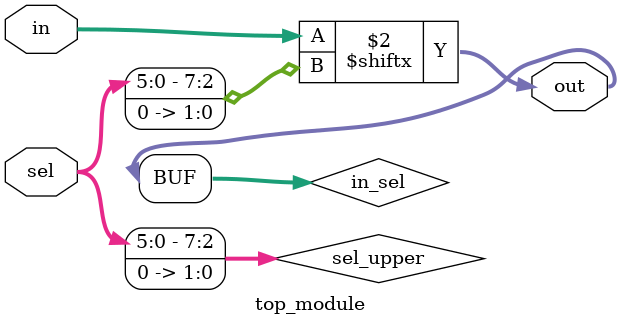
<source format=sv>
module top_module (
    input [1023:0] in,
    input [7:0] sel,
    output [3:0] out
);

wire [7:0] sel_upper;
wire [3:0] in_sel;

assign sel_upper = sel << 2;
assign in_sel = in[{sel_upper + 3} : sel_upper];

assign out = in_sel;

endmodule

</source>
